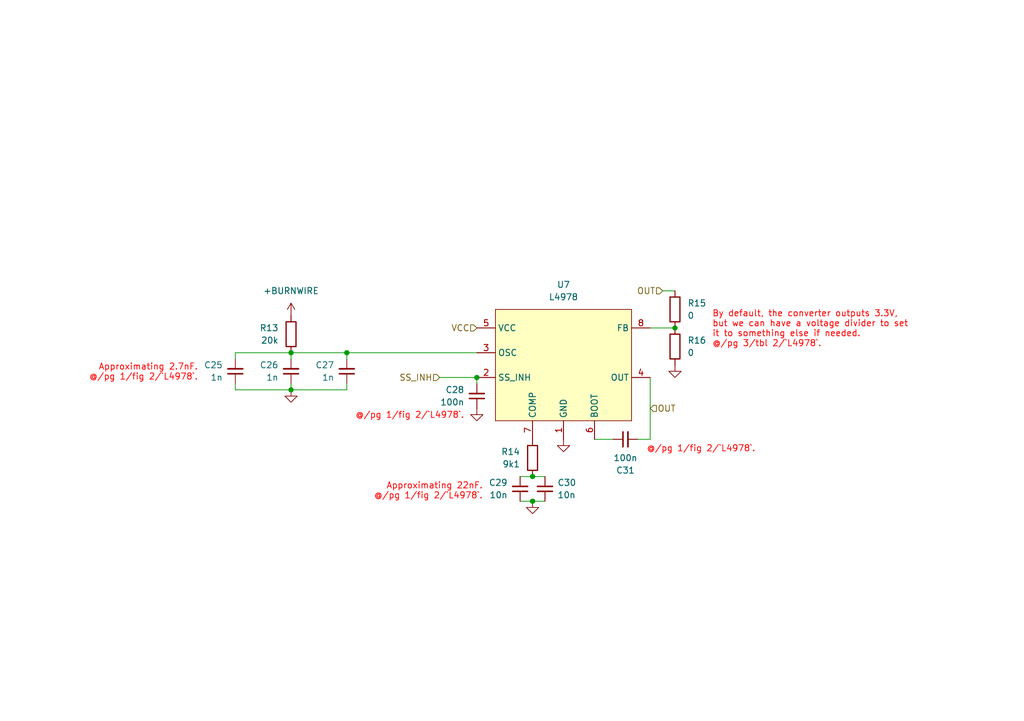
<source format=kicad_sch>
(kicad_sch (version 20250114) (generator "eeschema") (generator_version "9.0")
  (paper "A5")
  (lib_symbols
    (symbol "Device:C_Small" (pin_numbers (hide yes)) (pin_names (offset 0.254) (hide yes))
      (property "Reference" "C" (at 0.254 1.778 0))
      (property "Value" "C_Small" (at 0.254 -2.032 0))
      (symbol "C_Small_0_1"
        (polyline (pts (xy -1.524 0.508) (xy 1.524 0.508)) (stroke (width 0.3048)))
        (polyline (pts (xy -1.524 -0.508) (xy 1.524 -0.508)) (stroke (width 0.3302)))
      )
      (symbol "C_Small_1_1"
        (pin passive line (at 0 2.54 270) (length 2.032) (name "~") (number "1"))
        (pin passive line (at 0 -2.54 90) (length 2.032) (name "~") (number "2"))
      )
    )
    (symbol "Device:R" (pin_numbers (hide yes)) (pin_names (offset 0))
      (property "Reference" "R" (at 2.032 0 90))
      (property "Value" "R" (at 0 0 90))
      (symbol "R_0_1"
        (rectangle (start -1.016 -2.54) (end 1.016 2.54) (stroke (width 0.254)))
      )
      (symbol "R_1_1"
        (pin passive line (at 0 3.81 270) (length 1.27) (name "~") (number "1"))
        (pin passive line (at 0 -3.81 90) (length 1.27) (name "~") (number "2"))
      )
    )
    (symbol "L4978:L4978"
      (property "Reference" "U" (at 0 10.668 0))
      (property "Value" "L4978" (at -8.89 3.81 0))
      (symbol "L4978_0_1"
        (rectangle (start -13.97 8.89) (end 13.97 -13.97) (fill (type background)))
      )
      (symbol "L4978_1_1"
        (pin passive line (at -17.78 5.08 0) (length 3.81) (name "VCC") (number "5"))
        (pin passive line (at -17.78 0 0) (length 3.81) (name "OSC") (number "3"))
        (pin passive line (at -17.78 -5.08 0) (length 3.81) (name "SS_INH") (number "2"))
        (pin passive line (at -6.35 -17.78 90) (length 3.81) (name "COMP") (number "7"))
        (pin passive line (at 0 -17.78 90) (length 3.81) (name "GND") (number "1"))
        (pin passive line (at 6.35 -17.78 90) (length 3.81) (name "BOOT") (number "6"))
        (pin passive line (at 17.78 5.08 180) (length 3.81) (name "FB") (number "8"))
        (pin passive line (at 17.78 -5.08 180) (length 3.81) (name "OUT") (number "4"))
      )
    )
    (symbol "power:+3.3V" (power) (pin_numbers (hide yes)) (pin_names (offset 0) (hide yes))
      (property "Value" "+3.3V" (at 0 3.556 0))
      (symbol "+3.3V_0_1"
        (polyline (pts (xy -0.762 1.27) (xy 0 2.54)))
        (polyline (pts (xy 0 2.54) (xy 0.762 1.27)))
        (polyline (pts (xy 0 0) (xy 0 2.54)))
      )
      (symbol "+3.3V_1_1"
        (pin power_in line (at 0 0 90) (length 0) (name "~") (number "1"))
      )
    )
    (symbol "power:GND" (power) (pin_numbers (hide yes)) (pin_names (offset 0) (hide yes))
      (property "Value" "GND" (at 0 -3.81 0))
      (symbol "GND_0_1"
        (polyline (pts (xy 0 0) (xy 0 -1.27) (xy 1.27 -1.27) (xy 0 -2.54) (xy -1.27 -1.27) (xy 0 -1.27)))
      )
      (symbol "GND_1_1"
        (pin power_in line (at 0 0 270) (length 0) (name "~") (number "1"))
      )
    )
  )
  (text "Approximating 22nF.\n@/pg 1/fig 2/`L4978`." (at 99.06 100.838 0) (effects (font (size 1.27 1.27) (thickness 0.1588)) (justify right)))
  (text "Approximating 2.7nF.\n@/pg 1/fig 2/`L4978`." (at 40.64 76.454 0) (effects (font (size 1.27 1.27) (thickness 0.1588)) (justify right)))
  (text "By default, the converter outputs 3.3V,\nbut we can have a voltage divider to set\nit to something else if needed.\n@/pg 3/tbl 2/`L4978`." (at 146.05 67.564 0) (effects (font (size 1.27 1.27) (thickness 0.1588)) (justify left)))
  (text "@/pg 1/fig 2/`L4978`." (at 95.25 85.344 0) (effects (font (size 1.27 1.27) (thickness 0.1588)) (justify right)))
  (text "@/pg 1/fig 2/`L4978`." (at 132.588 92.202 0) (effects (font (size 1.27 1.27) (thickness 0.1588)) (justify left)))
  (junction (at 138.43 67.31))
  (junction (at 97.79 77.47))
  (junction (at 71.12 72.39))
  (junction (at 59.69 80.01))
  (junction (at 59.69 72.39))
  (junction (at 109.22 102.87))
  (junction (at 109.22 97.79))
  (wire (pts (xy 109.22 102.87) (xy 111.76 102.87)))
  (wire (pts (xy 48.26 80.01) (xy 48.26 78.74)))
  (wire (pts (xy 48.26 80.01) (xy 59.69 80.01)))
  (wire (pts (xy 97.79 77.47) (xy 97.79 78.74)))
  (wire (pts (xy 125.73 90.17) (xy 121.92 90.17)))
  (wire (pts (xy 111.76 97.79) (xy 109.22 97.79)))
  (wire (pts (xy 59.69 72.39) (xy 71.12 72.39)))
  (wire (pts (xy 59.69 73.66) (xy 59.69 72.39)))
  (wire (pts (xy 71.12 72.39) (xy 97.79 72.39)))
  (wire (pts (xy 48.26 72.39) (xy 59.69 72.39)))
  (wire (pts (xy 90.17 77.47) (xy 97.79 77.47)))
  (wire (pts (xy 59.69 80.01) (xy 71.12 80.01)))
  (wire (pts (xy 135.89 59.69) (xy 138.43 59.69)))
  (wire (pts (xy 133.35 90.17) (xy 130.81 90.17)))
  (wire (pts (xy 133.35 67.31) (xy 138.43 67.31)))
  (wire (pts (xy 48.26 72.39) (xy 48.26 73.66)))
  (wire (pts (xy 106.68 97.79) (xy 109.22 97.79)))
  (wire (pts (xy 59.69 80.01) (xy 59.69 78.74)))
  (wire (pts (xy 71.12 73.66) (xy 71.12 72.39)))
  (wire (pts (xy 133.35 77.47) (xy 133.35 90.17)))
  (wire (pts (xy 106.68 102.87) (xy 109.22 102.87)))
  (wire (pts (xy 71.12 80.01) (xy 71.12 78.74)))
  (hierarchical_label "OUT" (shape input) (at 133.35 83.82 0))
  (hierarchical_label "OUT" (shape input) (at 135.89 59.69 180))
  (hierarchical_label "SS_INH" (shape input) (at 90.17 77.47 180))
  (hierarchical_label "VCC" (shape input) (at 97.79 67.31 180))
  (symbol (lib_id "Device:C_Small") (at 48.26 76.2 0) (mirror x) (unit 1)
    (property "Reference" "C25" (at 45.72 74.9235 0) (effects (justify right)))
    (property "Value" "1n" (at 45.72 77.4635 0) (effects (justify right)))
    (property "Footprint" "Capacitor_SMD:C_1206_3216Metric_Pad1.33x1.80mm_HandSolder" (effects (hide yes)))
    (property "Description" "Unpolarized capacitor, small symbol" (effects (hide yes)))
    (instances (project "PowerDistributionSystem" (path "" (reference "C25") (unit 1)) (path "" (reference "C39") (unit 1)) (path "" (reference "C32") (unit 1))))
  )
  (symbol (lib_id "power:GND") (at 59.69 80.01 0) (unit 1)
    (property "Reference" "#PWR094" (effects (hide yes)))
    (property "Value" "GND" (effects (hide yes)))
    (property "Description" "Power symbol creates a global label with name \"GND\" , ground" (effects (hide yes)))
    (instances (project "PowerDistributionSystem" (path "" (reference "#PWR094") (unit 1)) (path "" (reference "#PWR0106") (unit 1)) (path "" (reference "#PWR0100") (unit 1))))
  )
  (symbol (lib_id "Device:C_Small") (at 59.69 76.2 0) (mirror x) (unit 1)
    (property "Reference" "C26" (at 57.15 74.9235 0) (effects (justify right)))
    (property "Value" "1n" (at 57.15 77.4635 0) (effects (justify right)))
    (property "Footprint" "Capacitor_SMD:C_1206_3216Metric_Pad1.33x1.80mm_HandSolder" (effects (hide yes)))
    (property "Description" "Unpolarized capacitor, small symbol" (effects (hide yes)))
    (instances (project "PowerDistributionSystem" (path "" (reference "C26") (unit 1)) (path "" (reference "C40") (unit 1)) (path "" (reference "C33") (unit 1))))
  )
  (symbol (lib_id "power:+3.3V") (at 59.69 64.77 0) (unit 1)
    (property "Reference" "#PWR093" (effects (hide yes)))
    (property "Value" "+BURNWIRE" (at 59.69 59.69 0))
    (property "Description" "Power symbol creates a global label with name \"+3.3V\"" (effects (hide yes)))
    (instances (project "PowerDistributionSystem" (path "" (reference "#PWR093") (unit 1)) (path "" (reference "#PWR0105") (unit 1)) (path "" (reference "#PWR099") (unit 1))))
  )
  (symbol (lib_id "Device:R") (at 138.43 63.5 0) (unit 1)
    (property "Reference" "R15" (at 140.97 62.2299 0) (effects (justify left)))
    (property "Value" "0" (at 140.97 64.7699 0) (effects (justify left)))
    (property "Footprint" "Resistor_SMD:R_1206_3216Metric_Pad1.30x1.75mm_HandSolder" (effects (hide yes)))
    (property "Description" "Resistor" (effects (hide yes)))
    (instances (project "PowerDistributionSystem" (path "" (reference "R15") (unit 1)) (path "" (reference "R23") (unit 1)) (path "" (reference "R19") (unit 1))))
  )
  (symbol (lib_id "Device:C_Small") (at 128.27 90.17 90) (mirror x) (unit 1)
    (property "Reference" "C31" (at 128.2763 96.52 90))
    (property "Value" "100n" (at 128.2763 93.98 90))
    (property "Footprint" "Capacitor_SMD:C_1206_3216Metric_Pad1.33x1.80mm_HandSolder" (effects (hide yes)))
    (property "Description" "Unpolarized capacitor, small symbol" (effects (hide yes)))
    (instances (project "PowerDistributionSystem" (path "" (reference "C31") (unit 1)) (path "" (reference "C45") (unit 1)) (path "" (reference "C38") (unit 1))))
  )
  (symbol (lib_id "Device:C_Small") (at 111.76 100.33 180) (unit 1)
    (property "Reference" "C30" (at 114.3 99.0535 0) (effects (justify right)))
    (property "Value" "10n" (at 114.3 101.5935 0) (effects (justify right)))
    (property "Footprint" "Capacitor_SMD:C_1206_3216Metric_Pad1.33x1.80mm_HandSolder" (effects (hide yes)))
    (property "Description" "Unpolarized capacitor, small symbol" (effects (hide yes)))
    (instances (project "PowerDistributionSystem" (path "" (reference "C30") (unit 1)) (path "" (reference "C44") (unit 1)) (path "" (reference "C37") (unit 1))))
  )
  (symbol (lib_id "Device:R") (at 109.22 93.98 0) (mirror y) (unit 1)
    (property "Reference" "R14" (at 106.68 92.7099 0) (effects (justify left)))
    (property "Value" "9k1" (at 106.68 95.2499 0) (effects (justify left)))
    (property "Footprint" "Resistor_SMD:R_1206_3216Metric_Pad1.30x1.75mm_HandSolder" (effects (hide yes)))
    (property "Description" "Resistor" (effects (hide yes)))
    (instances (project "PowerDistributionSystem" (path "" (reference "R14") (unit 1)) (path "" (reference "R22") (unit 1)) (path "" (reference "R18") (unit 1))))
  )
  (symbol (lib_id "Device:C_Small") (at 106.68 100.33 0) (mirror x) (unit 1)
    (property "Reference" "C29" (at 104.14 99.0535 0) (effects (justify right)))
    (property "Value" "10n" (at 104.14 101.5935 0) (effects (justify right)))
    (property "Footprint" "Capacitor_SMD:C_1206_3216Metric_Pad1.33x1.80mm_HandSolder" (effects (hide yes)))
    (property "Description" "Unpolarized capacitor, small symbol" (effects (hide yes)))
    (instances (project "PowerDistributionSystem" (path "" (reference "C29") (unit 1)) (path "" (reference "C43") (unit 1)) (path "" (reference "C36") (unit 1))))
  )
  (symbol (lib_id "Device:R") (at 138.43 71.12 0) (unit 1)
    (property "Reference" "R16" (at 140.97 69.8499 0) (effects (justify left)))
    (property "Value" "0" (at 140.97 72.3899 0) (effects (justify left)))
    (property "Footprint" "Resistor_SMD:R_1206_3216Metric_Pad1.30x1.75mm_HandSolder" (effects (hide yes)))
    (property "Description" "Resistor" (effects (hide yes)))
    (instances (project "PowerDistributionSystem" (path "" (reference "R16") (unit 1)) (path "" (reference "R24") (unit 1)) (path "" (reference "R20") (unit 1))))
  )
  (symbol (lib_id "power:GND") (at 109.22 102.87 0) (unit 1)
    (property "Reference" "#PWR096" (effects (hide yes)))
    (property "Value" "GND" (effects (hide yes)))
    (property "Description" "Power symbol creates a global label with name \"GND\" , ground" (effects (hide yes)))
    (instances (project "PowerDistributionSystem" (path "" (reference "#PWR096") (unit 1)) (path "" (reference "#PWR0108") (unit 1)) (path "" (reference "#PWR0102") (unit 1))))
  )
  (symbol (lib_id "power:GND") (at 115.57 90.17 0) (unit 1)
    (property "Reference" "#PWR097" (effects (hide yes)))
    (property "Value" "GND" (effects (hide yes)))
    (property "Description" "Power symbol creates a global label with name \"GND\" , ground" (effects (hide yes)))
    (instances (project "PowerDistributionSystem" (path "" (reference "#PWR097") (unit 1)) (path "" (reference "#PWR0109") (unit 1)) (path "" (reference "#PWR0103") (unit 1))))
  )
  (symbol (lib_id "L4978:L4978") (at 115.57 72.39 0) (unit 1)
    (property "Reference" "U7" (at 115.57 58.42 0))
    (property "Value" "L4978" (at 115.57 60.96 0))
    (property "Footprint" "Package_DIP:DIP-8_W7.62mm" (effects (hide yes)))
    (property "Datasheet" "https://www.st.com/resource/en/datasheet/l4978.pdf" (effects (hide yes)))
    (property "Description" "2A STEP DOWN SWITCHING REGULATOR" (effects (hide yes)))
    (instances (project "" (path "" (reference "U7") (unit 1)) (path "" (reference "U9") (unit 1)) (path "" (reference "U8") (unit 1))))
  )
  (symbol (lib_id "Device:R") (at 59.69 68.58 0) (mirror y) (unit 1)
    (property "Reference" "R13" (at 57.15 67.3099 0) (effects (justify left)))
    (property "Value" "20k" (at 57.15 69.8499 0) (effects (justify left)))
    (property "Footprint" "Resistor_SMD:R_1206_3216Metric_Pad1.30x1.75mm_HandSolder" (effects (hide yes)))
    (property "Description" "Resistor" (effects (hide yes)))
    (instances (project "PowerDistributionSystem" (path "" (reference "R13") (unit 1)) (path "" (reference "R21") (unit 1)) (path "" (reference "R17") (unit 1))))
  )
  (symbol (lib_id "power:GND") (at 138.43 74.93 0) (unit 1)
    (property "Reference" "#PWR098" (effects (hide yes)))
    (property "Value" "GND" (effects (hide yes)))
    (property "Description" "Power symbol creates a global label with name \"GND\" , ground" (effects (hide yes)))
    (instances (project "PowerDistributionSystem" (path "" (reference "#PWR098") (unit 1)) (path "" (reference "#PWR0110") (unit 1)) (path "" (reference "#PWR0104") (unit 1))))
  )
  (symbol (lib_id "power:GND") (at 97.79 83.82 0) (unit 1)
    (property "Reference" "#PWR095" (effects (hide yes)))
    (property "Value" "GND" (effects (hide yes)))
    (property "Description" "Power symbol creates a global label with name \"GND\" , ground" (effects (hide yes)))
    (instances (project "PowerDistributionSystem" (path "" (reference "#PWR095") (unit 1)) (path "" (reference "#PWR0107") (unit 1)) (path "" (reference "#PWR0101") (unit 1))))
  )
  (symbol (lib_id "Device:C_Small") (at 71.12 76.2 0) (mirror x) (unit 1)
    (property "Reference" "C27" (at 68.58 74.9235 0) (effects (justify right)))
    (property "Value" "1n" (at 68.58 77.4635 0) (effects (justify right)))
    (property "Footprint" "Capacitor_SMD:C_1206_3216Metric_Pad1.33x1.80mm_HandSolder" (effects (hide yes)))
    (property "Description" "Unpolarized capacitor, small symbol" (effects (hide yes)))
    (instances (project "PowerDistributionSystem" (path "" (reference "C27") (unit 1)) (path "" (reference "C41") (unit 1)) (path "" (reference "C34") (unit 1))))
  )
  (symbol (lib_id "Device:C_Small") (at 97.79 81.28 0) (mirror x) (unit 1)
    (property "Reference" "C28" (at 95.25 80.0035 0) (effects (justify right)))
    (property "Value" "100n" (at 95.25 82.5435 0) (effects (justify right)))
    (property "Footprint" "Capacitor_SMD:C_1206_3216Metric_Pad1.33x1.80mm_HandSolder" (effects (hide yes)))
    (property "Description" "Unpolarized capacitor, small symbol" (effects (hide yes)))
    (instances (project "PowerDistributionSystem" (path "" (reference "C28") (unit 1)) (path "" (reference "C42") (unit 1)) (path "" (reference "C35") (unit 1))))
  )
)
</source>
